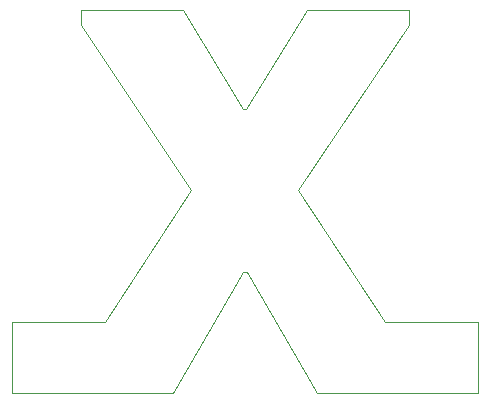
<source format=gm1>
G04 #@! TF.FileFunction,Profile,NP*
%FSLAX46Y46*%
G04 Gerber Fmt 4.6, Leading zero omitted, Abs format (unit mm)*
G04 Created by KiCad (PCBNEW 4.0.0-rc2-stable) date 3/3/2016 3:49:09 PM*
%MOMM*%
G01*
G04 APERTURE LIST*
%ADD10C,0.150000*%
%ADD11C,0.100000*%
G04 APERTURE END LIST*
D10*
D11*
X81350000Y-51160000D02*
X72410000Y-51160000D01*
X72410000Y-51160000D02*
X66480000Y-40960000D01*
X66480000Y-40960000D02*
X66200000Y-40960000D01*
X66200000Y-40960000D02*
X60270000Y-51160000D01*
X60270000Y-51160000D02*
X51330000Y-51160000D01*
X51330000Y-51160000D02*
X51330000Y-51150000D01*
X51330000Y-51150000D02*
X46630000Y-51150000D01*
X46630000Y-51150000D02*
X46630000Y-45150000D01*
X46630000Y-45150000D02*
X54450000Y-45150000D01*
X54450000Y-45150000D02*
X61800000Y-33970000D01*
X61800000Y-33970000D02*
X52440000Y-19980000D01*
X52440000Y-19980000D02*
X52440000Y-18720000D01*
X52440000Y-18720000D02*
X52440000Y-18720000D01*
X52440000Y-18720000D02*
X61060000Y-18720000D01*
X61060000Y-18720000D02*
X66200000Y-27150000D01*
X66200000Y-27150000D02*
X66440000Y-27150000D01*
X66440000Y-27150000D02*
X71620000Y-18720000D01*
X71620000Y-18720000D02*
X80200000Y-18720000D01*
X80200000Y-18720000D02*
X80200000Y-18720000D01*
X80200000Y-18720000D02*
X80200000Y-19980000D01*
X80200000Y-19980000D02*
X70840000Y-33970000D01*
X70840000Y-33970000D02*
X78220000Y-45150000D01*
X78220000Y-45150000D02*
X86050000Y-45150000D01*
X86050000Y-45150000D02*
X86050000Y-51150000D01*
X86050000Y-51150000D02*
X81350000Y-51150000D01*
X81350000Y-51150000D02*
X81350000Y-51160000D01*
X81350000Y-51160000D02*
X81350000Y-51160000D01*
X81350000Y-51160000D02*
X81350000Y-51160000D01*
M02*

</source>
